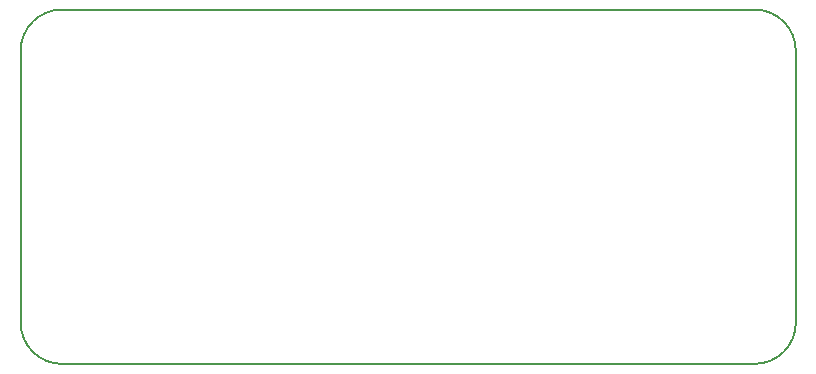
<source format=gbr>
G04 #@! TF.FileFunction,Profile,NP*
%FSLAX46Y46*%
G04 Gerber Fmt 4.6, Leading zero omitted, Abs format (unit mm)*
G04 Created by KiCad (PCBNEW 4.0.1-stable) date 2017-01-07 21:59:04*
%MOMM*%
G01*
G04 APERTURE LIST*
%ADD10C,0.100000*%
%ADD11C,0.200000*%
G04 APERTURE END LIST*
D10*
D11*
X-69000000Y60000000D02*
G75*
G03X-72500000Y56500000I0J-3500000D01*
G01*
X-72500000Y33500000D02*
G75*
G03X-69000000Y30000000I3500000J0D01*
G01*
X-10365000Y30000000D02*
G75*
G03X-6865000Y33500000I0J3500000D01*
G01*
X-6865000Y56500000D02*
G75*
G03X-10365000Y60000000I-3500000J0D01*
G01*
X-69000000Y30000000D02*
X-10365000Y30000000D01*
X-6865000Y33500000D02*
X-6865000Y56500000D01*
X-69000000Y60000000D02*
X-10365000Y60000000D01*
X-72500000Y56500000D02*
X-72500000Y33500000D01*
M02*

</source>
